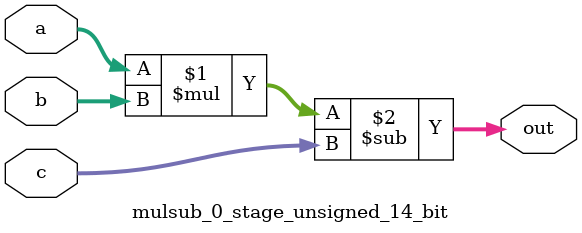
<source format=sv>
(* use_dsp = "yes" *) module mulsub_0_stage_unsigned_14_bit(
	input  [13:0] a,
	input  [13:0] b,
	input  [13:0] c,
	output [13:0] out
	);

	assign out = (a * b) - c;
endmodule

</source>
